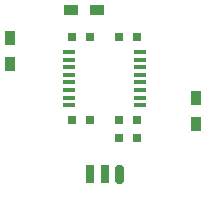
<source format=gbr>
G04 #@! TF.GenerationSoftware,KiCad,Pcbnew,(5.1.9)-1*
G04 #@! TF.CreationDate,2021-05-12T15:35:24+02:00*
G04 #@! TF.ProjectId,GPSMux,4750534d-7578-42e6-9b69-6361645f7063,01*
G04 #@! TF.SameCoordinates,Original*
G04 #@! TF.FileFunction,Paste,Bot*
G04 #@! TF.FilePolarity,Positive*
%FSLAX46Y46*%
G04 Gerber Fmt 4.6, Leading zero omitted, Abs format (unit mm)*
G04 Created by KiCad (PCBNEW (5.1.9)-1) date 2021-05-12 15:35:24*
%MOMM*%
%LPD*%
G01*
G04 APERTURE LIST*
%ADD10R,1.200000X0.900000*%
%ADD11R,1.000000X0.400000*%
%ADD12R,0.800000X0.750000*%
%ADD13R,0.900000X1.200000*%
%ADD14R,0.800000X1.600000*%
G04 APERTURE END LIST*
D10*
X132375000Y-47150000D03*
X130175000Y-47150000D03*
D11*
X130000000Y-50760000D03*
X136000000Y-50760000D03*
X130000000Y-51400000D03*
X136000000Y-51400000D03*
X130000000Y-52040000D03*
X136000000Y-52040000D03*
X130000000Y-52680000D03*
X136000000Y-52680000D03*
X130000000Y-53320000D03*
X136000000Y-53320000D03*
X130000000Y-53960000D03*
X136000000Y-53960000D03*
X130000000Y-54600000D03*
X136000000Y-54600000D03*
X130000000Y-55240000D03*
X136000000Y-55240000D03*
D12*
X134250000Y-49500000D03*
X135750000Y-49500000D03*
X135750000Y-56500000D03*
X134250000Y-56500000D03*
X134250000Y-58000000D03*
X135750000Y-58000000D03*
X131750000Y-49500000D03*
X130250000Y-49500000D03*
X131750000Y-56500000D03*
X130250000Y-56500000D03*
D13*
X125000000Y-51730000D03*
X125000000Y-49530000D03*
D14*
X131750000Y-61100000D03*
X133000000Y-61100000D03*
G36*
G01*
X133850000Y-61700000D02*
X133850000Y-60500000D01*
G75*
G02*
X134050000Y-60300000I200000J0D01*
G01*
X134450000Y-60300000D01*
G75*
G02*
X134650000Y-60500000I0J-200000D01*
G01*
X134650000Y-61700000D01*
G75*
G02*
X134450000Y-61900000I-200000J0D01*
G01*
X134050000Y-61900000D01*
G75*
G02*
X133850000Y-61700000I0J200000D01*
G01*
G37*
D13*
X140750000Y-54610000D03*
X140750000Y-56810000D03*
M02*

</source>
